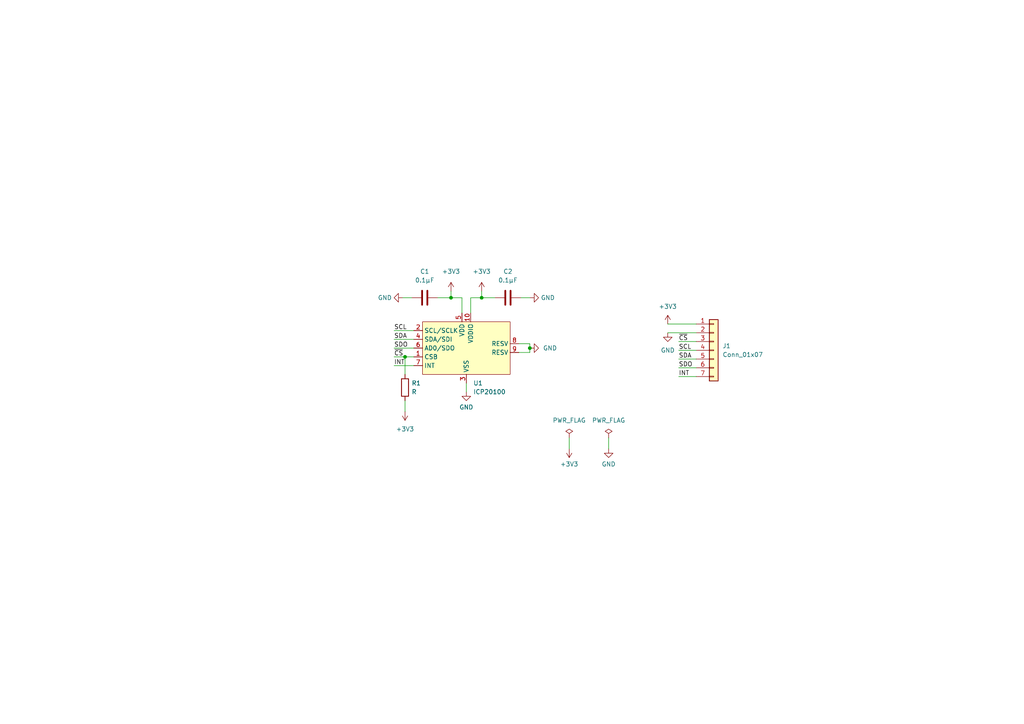
<source format=kicad_sch>
(kicad_sch (version 20211123) (generator eeschema)
  (paper "A4")
  (lib_symbols
    (symbol "Connector_Generic:Conn_01x07" (pin_names (offset 1.016) hide)
      (property "Reference" "J" (at 0 10.16 0))
      (property "Value" "Conn_01x07" (at 0 -10.16 0))
      (symbol "Conn_01x07_1_1"
        (rectangle (start -1.27 -7.493) (end 0 -7.747) (stroke (width 0.1524)))
        (rectangle (start -1.27 -4.953) (end 0 -5.207) (stroke (width 0.1524)))
        (rectangle (start -1.27 -2.413) (end 0 -2.667) (stroke (width 0.1524)))
        (rectangle (start -1.27 0.127) (end 0 -0.127) (stroke (width 0.1524)))
        (rectangle (start -1.27 2.667) (end 0 2.413) (stroke (width 0.1524)))
        (rectangle (start -1.27 5.207) (end 0 4.953) (stroke (width 0.1524)))
        (rectangle (start -1.27 7.747) (end 0 7.493) (stroke (width 0.1524)))
        (rectangle (start -1.27 8.89) (end 1.27 -8.89) (stroke (width 0.254)) (fill (type background)))
        (pin passive line (at -5.08 7.62 0) (length 3.81) (name "Pin_1") (number "1"))
        (pin passive line (at -5.08 5.08 0) (length 3.81) (name "Pin_2") (number "2"))
        (pin passive line (at -5.08 2.54 0) (length 3.81) (name "Pin_3") (number "3"))
        (pin passive line (at -5.08 0 0) (length 3.81) (name "Pin_4") (number "4"))
        (pin passive line (at -5.08 -2.54 0) (length 3.81) (name "Pin_5") (number "5"))
        (pin passive line (at -5.08 -5.08 0) (length 3.81) (name "Pin_6") (number "6"))
        (pin passive line (at -5.08 -7.62 0) (length 3.81) (name "Pin_7") (number "7"))
      )
    )
    (symbol "Device:C" (pin_numbers hide) (pin_names (offset 0.254))
      (property "Reference" "C" (at 0.635 2.54 0))
      (property "Value" "C" (at 0.635 -2.54 0))
      (symbol "C_0_1"
        (polyline (pts (xy -2.032 -0.762) (xy 2.032 -0.762)) (stroke (width 0.508)))
        (polyline (pts (xy -2.032 0.762) (xy 2.032 0.762)) (stroke (width 0.508)))
      )
      (symbol "C_1_1"
        (pin passive line (at 0 3.81 270) (length 2.794) (name "~") (number "1"))
        (pin passive line (at 0 -3.81 90) (length 2.794) (name "~") (number "2"))
      )
    )
    (symbol "Device:R" (pin_numbers hide) (pin_names (offset 0))
      (property "Reference" "R" (at 2.032 0 90))
      (property "Value" "R" (at 0 0 90))
      (symbol "R_0_1"
        (rectangle (start -1.016 -2.54) (end 1.016 2.54) (stroke (width 0.254)))
      )
      (symbol "R_1_1"
        (pin passive line (at 0 3.81 270) (length 1.27) (name "~") (number "1"))
        (pin passive line (at 0 -3.81 90) (length 1.27) (name "~") (number "2"))
      )
    )
    (symbol "Invensense_ICP:ICP20100"
      (property "Reference" "U" (at -7.62 8.89 0))
      (property "Value" "ICP20100" (at 7.62 8.89 0))
      (symbol "ICP20100_0_1"
        (rectangle (start -12.7 7.62) (end 12.7 -7.62) (stroke (width 0.1524)) (fill (type background)))
      )
      (symbol "ICP20100_1_1"
        (pin input line (at -15.24 -2.54 0) (length 2.54) (name "CSB") (number "1"))
        (pin power_in line (at 1.27 10.16 270) (length 2.54) (name "VDDIO") (number "10"))
        (pin input line (at -15.24 5.08 0) (length 2.54) (name "SCL/SCLK") (number "2"))
        (pin power_in line (at 0 -10.16 90) (length 2.54) (name "VSS") (number "3"))
        (pin bidirectional line (at -15.24 2.54 0) (length 2.54) (name "SDA/SDI") (number "4"))
        (pin power_in line (at -1.27 10.16 270) (length 2.54) (name "VDD") (number "5"))
        (pin bidirectional line (at -15.24 0 0) (length 2.54) (name "AD0/SDO") (number "6"))
        (pin output line (at -15.24 -5.08 0) (length 2.54) (name "INT") (number "7"))
        (pin passive line (at 15.24 1.27 180) (length 2.54) (name "RESV") (number "8"))
        (pin passive line (at 15.24 -1.27 180) (length 2.54) (name "RESV") (number "9"))
      )
    )
    (symbol "power:+3V3" (power) (pin_names (offset 0))
      (property "Value" "+3V3" (at 0 3.556 0))
      (symbol "+3V3_0_1"
        (polyline (pts (xy -0.762 1.27) (xy 0 2.54)))
        (polyline (pts (xy 0 0) (xy 0 2.54)))
        (polyline (pts (xy 0 2.54) (xy 0.762 1.27)))
      )
      (symbol "+3V3_1_1"
        (pin power_in line (at 0 0 90) (length 0) hide (name "+3V3") (number "1"))
      )
    )
    (symbol "power:GND" (power) (pin_names (offset 0))
      (property "Value" "GND" (at 0 -3.81 0))
      (symbol "GND_0_1"
        (polyline (pts (xy 0 0) (xy 0 -1.27) (xy 1.27 -1.27) (xy 0 -2.54) (xy -1.27 -1.27) (xy 0 -1.27)))
      )
      (symbol "GND_1_1"
        (pin power_in line (at 0 0 270) (length 0) hide (name "GND") (number "1"))
      )
    )
    (symbol "power:PWR_FLAG" (power) (pin_numbers hide) (pin_names (offset 0) hide)
      (property "Value" "PWR_FLAG" (at 0 3.81 0))
      (symbol "PWR_FLAG_0_0"
        (pin power_out line (at 0 0 90) (length 0) (name "pwr") (number "1"))
      )
      (symbol "PWR_FLAG_0_1"
        (polyline (pts (xy 0 0) (xy 0 1.27) (xy -1.016 1.905) (xy 0 2.54) (xy 1.016 1.905) (xy 0 1.27)))
      )
    )
  )
  (junction (at 117.475 103.505))
  (junction (at 153.67 100.965))
  (junction (at 139.7 86.36))
  (junction (at 130.81 86.36))
  (wire (pts (xy 196.85 99.06) (xy 201.93 99.06)))
  (wire (pts (xy 117.475 103.505) (xy 120.015 103.505)))
  (wire (pts (xy 135.255 111.125) (xy 135.255 113.665)))
  (wire (pts (xy 139.7 84.455) (xy 139.7 86.36)))
  (wire (pts (xy 193.675 96.52) (xy 201.93 96.52)))
  (wire (pts (xy 196.85 104.14) (xy 201.93 104.14)))
  (wire (pts (xy 130.81 84.455) (xy 130.81 86.36)))
  (wire (pts (xy 127 86.36) (xy 130.81 86.36)))
  (wire (pts (xy 114.3 106.045) (xy 120.015 106.045)))
  (wire (pts (xy 114.3 100.965) (xy 120.015 100.965)))
  (wire (pts (xy 153.67 100.965) (xy 153.67 102.235)))
  (wire (pts (xy 151.13 86.36) (xy 153.67 86.36)))
  (wire (pts (xy 136.525 86.36) (xy 139.7 86.36)))
  (wire (pts (xy 114.3 98.425) (xy 120.015 98.425)))
  (wire (pts (xy 193.675 93.98) (xy 201.93 93.98)))
  (wire (pts (xy 130.81 86.36) (xy 133.985 86.36)))
  (wire (pts (xy 153.67 99.695) (xy 153.67 100.965)))
  (wire (pts (xy 117.475 103.505) (xy 117.475 108.585)))
  (wire (pts (xy 196.85 101.6) (xy 201.93 101.6)))
  (wire (pts (xy 117.475 116.205) (xy 117.475 119.38)))
  (wire (pts (xy 133.985 86.36) (xy 133.985 90.805)))
  (wire (pts (xy 196.85 109.22) (xy 201.93 109.22)))
  (wire (pts (xy 136.525 86.36) (xy 136.525 90.805)))
  (wire (pts (xy 150.495 99.695) (xy 153.67 99.695)))
  (wire (pts (xy 196.85 106.68) (xy 201.93 106.68)))
  (wire (pts (xy 116.84 86.36) (xy 119.38 86.36)))
  (wire (pts (xy 114.3 95.885) (xy 120.015 95.885)))
  (wire (pts (xy 150.495 102.235) (xy 153.67 102.235)))
  (wire (pts (xy 139.7 86.36) (xy 143.51 86.36)))
  (wire (pts (xy 114.3 103.505) (xy 117.475 103.505)))
  (wire (pts (xy 176.53 127) (xy 176.53 130.175)))
  (wire (pts (xy 165.1 127) (xy 165.1 130.175)))
  (label "INT" (at 114.3 106.045 0))
  (label "SDO" (at 114.3 100.965 0))
  (label "~{CS}" (at 196.85 99.06 0))
  (label "SCL" (at 114.3 95.885 0))
  (label "INT" (at 196.85 109.22 0))
  (label "~{CS}" (at 114.3 103.505 0))
  (label "SDA" (at 196.85 104.14 0))
  (label "SDO" (at 196.85 106.68 0))
  (label "SDA" (at 114.3 98.425 0))
  (label "SCL" (at 196.85 101.6 0))
  (symbol (lib_id "power:PWR_FLAG") (at 165.1 127 0) (unit 1)
    (property "Reference" "#FLG01" (effects hide))
    (property "Value" "PWR_FLAG" (at 165.1 121.92 0))
  )
  (symbol (lib_id "power:GND") (at 193.675 96.52 0) (unit 1)
    (property "Reference" "#PWR011" (effects hide))
    (property "Value" "GND" (at 193.675 101.6 0))
  )
  (symbol (lib_id "Connector_Generic:Conn_01x07") (at 207.01 101.6 0) (unit 1)
    (property "Reference" "J1" (at 209.55 100.3299 0) (effects (justify left)))
    (property "Value" "Conn_01x07" (at 209.55 102.8699 0) (effects (justify left)))
    (property "Footprint" "Connector_PinHeader_2.54mm:PinHeader_1x07_P2.54mm_Vertical" (effects hide))
  )
  (symbol (lib_id "power:GND") (at 153.67 86.36 90) (unit 1)
    (property "Reference" "#PWR06" (effects hide))
    (property "Value" "GND" (at 156.845 86.3599 90) (effects (justify right)))
  )
  (symbol (lib_id "Device:R") (at 117.475 112.395 0) (unit 1)
    (property "Reference" "R1" (at 119.38 111.1249 0) (effects (justify left)))
    (property "Value" "R" (at 119.38 113.6649 0) (effects (justify left)))
    (property "Footprint" "Resistor_SMD:R_0603_1608Metric" (effects hide))
  )
  (symbol (lib_id "Invensense_ICP:ICP20100") (at 135.255 100.965 0) (unit 1)
    (property "Reference" "U1" (at 137.2744 111.125 0) (effects (justify left)))
    (property "Value" "ICP20100" (at 137.2744 113.665 0) (effects (justify left)))
    (property "Footprint" "ICP20100:PQFN50P200X200X85-10N" (effects hide))
  )
  (symbol (lib_id "power:+3V3") (at 130.81 84.455 0) (unit 1)
    (property "Reference" "#PWR03" (effects hide))
    (property "Value" "+3V3" (at 130.81 78.74 0))
  )
  (symbol (lib_id "power:+3V3") (at 165.1 130.175 180) (unit 1)
    (property "Reference" "#PWR08" (effects hide))
    (property "Value" "+3V3" (at 165.1 134.62 0))
  )
  (symbol (lib_id "Device:C") (at 123.19 86.36 90) (unit 1)
    (property "Reference" "C1" (at 123.19 78.74 90))
    (property "Value" "0.1µF" (at 123.19 81.28 90))
    (property "Footprint" "Capacitor_SMD:C_0603_1608Metric" (effects hide))
  )
  (symbol (lib_id "Device:C") (at 147.32 86.36 90) (unit 1)
    (property "Reference" "C2" (at 147.32 78.74 90))
    (property "Value" "0.1µF" (at 147.32 81.28 90))
    (property "Footprint" "Capacitor_SMD:C_0603_1608Metric" (effects hide))
  )
  (symbol (lib_id "power:+3V3") (at 117.475 119.38 180) (unit 1)
    (property "Reference" "#PWR02" (effects hide))
    (property "Value" "+3V3" (at 117.475 124.46 0))
  )
  (symbol (lib_id "power:GND") (at 153.67 100.965 90) (unit 1)
    (property "Reference" "#PWR07" (effects hide))
    (property "Value" "GND" (at 157.48 100.9649 90) (effects (justify right)))
  )
  (symbol (lib_id "power:+3V3") (at 193.675 93.98 0) (unit 1)
    (property "Reference" "#PWR010" (effects hide))
    (property "Value" "+3V3" (at 193.675 88.9 0))
  )
  (symbol (lib_id "power:GND") (at 176.53 130.175 0) (unit 1)
    (property "Reference" "#PWR09" (effects hide))
    (property "Value" "GND" (at 176.53 134.62 0))
  )
  (symbol (lib_id "power:GND") (at 116.84 86.36 270) (unit 1)
    (property "Reference" "#PWR01" (effects hide))
    (property "Value" "GND" (at 113.665 86.3599 90) (effects (justify right)))
  )
  (symbol (lib_id "power:PWR_FLAG") (at 176.53 127 0) (unit 1)
    (property "Reference" "#FLG02" (effects hide))
    (property "Value" "PWR_FLAG" (at 176.53 121.92 0))
  )
  (symbol (lib_id "power:+3V3") (at 139.7 84.455 0) (unit 1)
    (property "Reference" "#PWR05" (effects hide))
    (property "Value" "+3V3" (at 139.7 78.74 0))
  )
  (symbol (lib_id "power:GND") (at 135.255 113.665 0) (unit 1)
    (property "Reference" "#PWR04" (effects hide))
    (property "Value" "GND" (at 135.255 118.11 0))
  )
)
</source>
